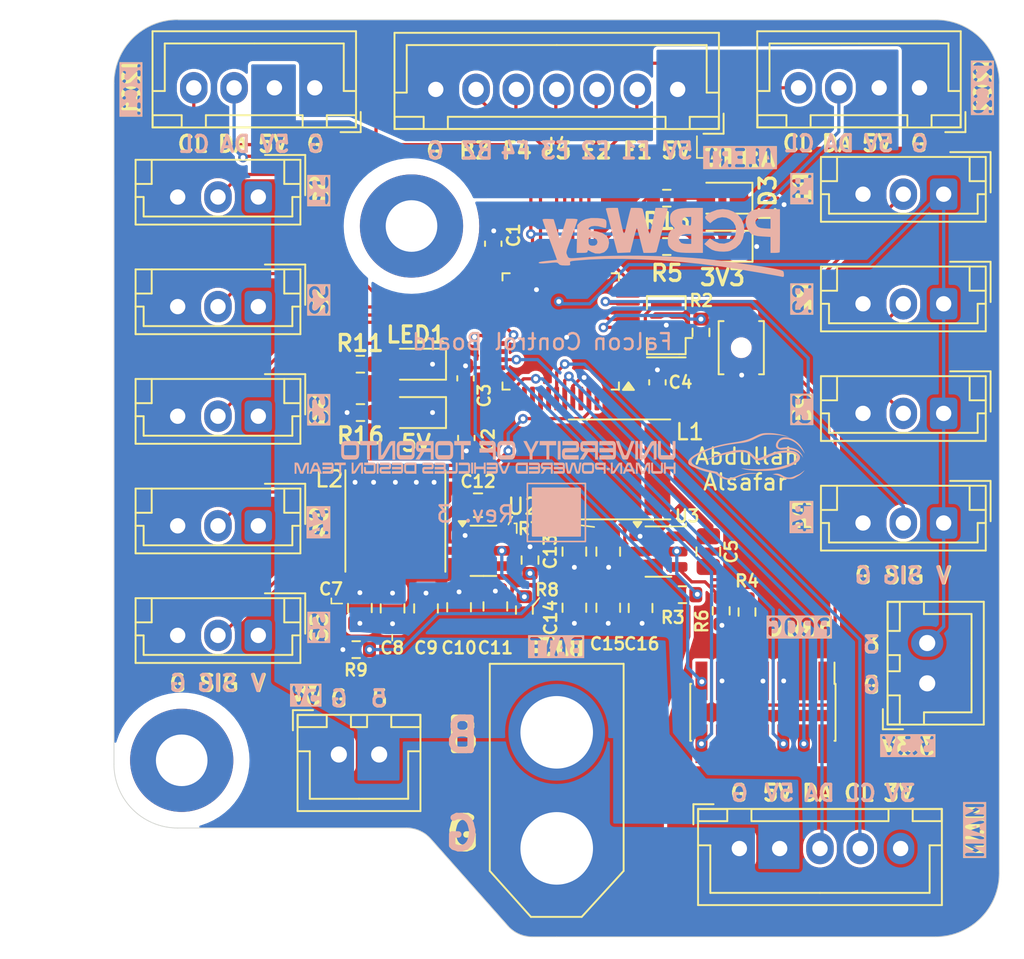
<source format=kicad_pcb>
(kicad_pcb (version 20240108) (generator "pcbnew") (generator_version "8.0")
  (title_block (title "Falcon Control MAIN") (date "2024-02-15") (rev "3") (company "Human Powered Vehicles Design Team @ UOFT") (comment 1 "Supervised by Savo Bajic") (comment 2 "Designed by Abdullah Alsafar"))
  (layers (0 "F.Cu" signal) (31 "B.Cu" signal) (34 "B.Paste" user) (35 "F.Paste" user) (36 "B.SilkS" user "B.Silkscreen") (37 "F.SilkS" user "F.Silkscreen") (38 "B.Mask" user) (39 "F.Mask" user) (44 "Edge.Cuts" user))
  (net 0 "")
  (net 1 "GND")
  (net 2 "+5V")
  (net 3 "+3.3V")
  (net 4 "Net-(U3-SW)")
  (net 5 "BUZ")
  (net 6 "Net-(U3-VBST)")
  (net 7 "SDA_{TOCTRL}")
  (net 8 "LED_{FIELD1}")
  (net 9 "SCL_{TOCTRL}")
  (net 11 "Net-(U3-VFB)")
  (net 12 "Net-(U3-EN)")
  (net 13 "LED_{FIELD2}")
  (net 14 "SER5")
  (net 15 "LED_{FIELD3}")
  (net 16 "Net-(LED2-A)")
  (net 17 "POT1")
  (net 18 "POT2")
  (net 19 "POT3")
  (net 20 "POT4")
  (net 21 "SER1")
  (net 22 "SER2")
  (net 23 "SER3")
  (net 24 "SER4")
  (net 25 "LED_{FIELD4}")
  (net 26 "+BATT")
  (net 27 "Net-(U2-SW)")
  (net 28 "Net-(U2-VBST)")
  (net 29 "Net-(U2-VFB)")
  (net 30 "Net-(U2-EN)")
  (net 35 "Net-(U1-PD0)")
  (net 36 "Net-(U1-PD1)")
  (net 37 "Net-(LED1-A)")
  (net 38 "Net-(LED3-A)")
  (net 39 "Net-(LED4-A)")
  (net 40 "RX1")
  (net 43 "TX1")
  (net 46 "SCL_{TOMAIN}")
  (net 47 "SDA_{TOMAIN}")
  (net 49 "LED1")
  (net 50 "/SWDIO")
  (net 51 "/SWCLK")
  (net 52 "LED3")
  (net 56 "/~{RST}")
  (footprint "Connector_JST:JST_EH_B3B-EH-A_1x03_P2.50mm_Vertical" (layer "F.Cu") (at 122.1 78.9 180)
    (property "Reference" "S3")
    (property "Value" "Conn_01x03_Pin")
  )
  (footprint "Connector_JST:JST_EH_B3B-EH-A_1x03_P2.50mm_Vertical" (layer "F.Cu") (at 122.1 72.1 180)
    (property "Reference" "S2")
    (property "Value" "Conn_01x03_Pin")
  )
  (footprint "Package_TO_SOT_SMD:TSOT-23-6" (layer "F.Cu") (at 146.9125 87.3)
    (property "Reference" "U3")
    (property "Value" "~")
  )
  (footprint "Capacitor_SMD:C_0603_1608Metric" (layer "F.Cu") (at 135 80.25 90)
    (property "Reference" "C2")
    (property "Value" "100n")
  )
  (footprint "Connector_JST:JST_EH_B3B-EH-A_1x03_P2.50mm_Vertical" (layer "F.Cu") (at 122.1 65.3 180)
    (property "Reference" "S1")
    (property "Value" "Conn_01x03_Pin")
  )
  (footprint "Capacitor_SMD:C_0603_1608Metric" (layer "F.Cu") (at 134.95 76.55 -90)
    (property "Reference" "C3")
    (property "Value" "100n")
  )
  (footprint "Connector_JST:JST_XH_B7B-XH-A_1x07_P2.50mm_Vertical" (layer "F.Cu") (at 148.105 58.623268 180)
    (property "Reference" "J4")
    (property "Value" "Conn_01x07_Pin")
  )
  (footprint "Connector_JST:JST_EH_B3B-EH-A_1x03_P2.50mm_Vertical" (layer "F.Cu") (at 164.6 78.725 180)
    (property "Reference" "P3")
    (property "Value" "Conn_01x03_Pin")
  )
  (footprint "Resistor_SMD:R_0603_1608Metric" (layer "F.Cu") (at 128.435 78.673268 180)
    (property "Reference" "R16")
    (property "Value" "420")
  )
  (footprint "Capacitor_SMD:C_0805_2012Metric" (layer "F.Cu") (at 136.8 90.7 90)
    (property "Reference" "C11")
    (property "Value" "22uF")
  )
  (footprint "Connector_JST:JST_EH_B3B-EH-A_1x03_P2.50mm_Vertical" (layer "F.Cu") (at 122.1 92.5 180)
    (property "Reference" "S5")
    (property "Value" "Conn_01x03_Pin")
  )
  (footprint "Capacitor_SMD:C_0805_2012Metric" (layer "F.Cu") (at 141.7 90.782682 -90)
    (property "Reference" "C14")
    (property "Value" "22uF")
  )
  (footprint "Resistor_SMD:R_0603_1608Metric" (layer "F.Cu") (at 150.805 90.973268 90)
    (property "Reference" "R6")
    (property "Value" "10k")
  )
  (footprint "Connector_JST:JST_XH_B5B-XH-A_1x05_P2.50mm_Vertical" (layer "F.Cu") (at 151.93 105.723268)
    (property "Reference" "ISC3" (hide yes))
    (property "Value" "MAIN")
  )
  (footprint "Inductor_SMD:L_Taiyo-Yuden_NR-60xx" (layer "F.Cu") (at 130.6 85.4 -90)
    (property "Reference" "L2")
    (property "Value" "3.3uH")
  )
  (footprint "Package_QFP:LQFP-48_7x7mm_P0.5mm" (layer "F.Cu") (at 140.8525 73.64 180)
    (property "Reference" "U1" (hide yes))
    (property "Value" "STM32F103C8Tx")
  )
  (footprint "Inductor_SMD:L_Taiyo-Yuden_NR-60xx" (layer "F.Cu") (at 144.5 82.2)
    (property "Reference" "L1")
    (property "Value" "3.3uH")
  )
  (footprint "Resistor_SMD:R_0603_1608Metric" (layer "F.Cu") (at 128.170323 93.381145)
    (property "Reference" "R9")
    (property "Value" "54.9k")
  )
  (footprint "Connector_JST:JST_XH_B2B-XH-A_1x02_P2.50mm_Vertical" (layer "F.Cu") (at 163.58 95.473268 90)
    (property "Reference" "J1" (hide yes))
    (property "Value" "Conn_01x02_Pin")
  )
  (footprint "LED_SMD:LED_0805_2012Metric_Pad1.15x1.40mm_HandSolder" (layer "F.Cu") (at 131.88 78.673268 180)
    (property "Reference" "5V")
    (property "Value" "LED1")
  )
  (footprint "Connector_JST:JST_EH_B3B-EH-A_1x03_P2.50mm_Vertical" (layer "F.Cu") (at 122.1 85.7 180)
    (property "Reference" "S4")
    (property "Value" "Conn_01x03_Pin")
  )
  (footprint "Connector_AMASS:AMASS_XT60-M_1x02_P7.20mm_Vertical" (layer "F.Cu") (at 140.605 105.713268 90)
    (property "Reference" "Battery1" (hide yes))
    (property "Value" "Conn_01x02_Socket")
  )
  (footprint "Resistor_SMD:R_0603_1608Metric" (layer "F.Cu") (at 147.43 68.373268 180)
    (property "Reference" "R5")
    (property "Value" "420")
  )
  (footprint "LED_SMD:LED_0805_2012Metric_Pad1.15x1.40mm_HandSolder" (layer "F.Cu") (at 131.88 75.673268 180)
    (property "Reference" "LED1")
    (property "Value" "LED1")
  )
  (footprint "Connector_JST:JST_EH_B3B-EH-A_1x03_P2.50mm_Vertical" (layer "F.Cu") (at 164.6 71.925 180)
    (property "Reference" "P2")
    (property "Value" "Conn_01x03_Pin")
  )
  (footprint "Resistor_SMD:R_0603_1608Metric" (layer "F.Cu") (at 138.95 87.825 -90)
    (property "Reference" "R7")
    (property "Value" "10k")
  )
  (footprint "Connector_JST:JST_EH_B3B-EH-A_1x03_P2.50mm_Vertical" (layer "F.Cu") (at 164.6 85.525 180)
    (property "Reference" "P4")
    (property "Value" "Conn_01x03_Pin")
  )
  (footprint "Capacitor_SMD:C_0805_2012Metric" (layer "F.Cu") (at 143.8 90.782682 -90)
    (property "Reference" "C15")
    (property "Value" "22uF")
  )
  (footprint "Connector_JST:JST_XH_B4B-XH-A_1x04_P2.50mm_Vertical" (layer "F.Cu") (at 125.6 58.525 180)
    (property "Reference" "I2C1")
    (property "Value" "FS2")
  )
  (footprint "Connector_JST:JST_XH_B2B-XH-A_1x02_P2.50mm_Vertical" (layer "F.Cu") (at 127.095 99.888268)
    (property "Reference" "J3" (hide yes))
    (property "Value" "Conn_01x02_Pin")
  )
  (footprint "Capacitor_SMD:C_0603_1608Metric" (layer "F.Cu") (at 136.67 68.198217 -90)
    (property "Reference" "C1")
    (property "Value" "100n")
  )
  (footprint "Resistor_SMD:R_0603_1608Metric" (layer "F.Cu") (at 128.43 75.673268 180)
    (property "Reference" "R11")
    (property "Value" "420")
  )
  (footprint "MountingHole:MountingHole_3.2mm_M3_Pad" (layer "F.Cu") (at 117.35 100.25)
    (property "Reference" "REF**" (hide yes))
    (property "Value" "MountingHole_3.2mm_M3_Pad")
  )
  (footprint "Resistor_SMD:R_0603_1608Metric" (layer "F.Cu") (at 138.6 90.925 -90)
    (property "Reference" "R8")
    (property "Value" "10k")
  )
  (footprint "Capacitor_SMD:C_0805_2012Metric" (layer "F.Cu") (at 145.805 90.8 -90)
    (property "Reference" "C16")
    (property "Value" "22uF")
  )
  (footprint "Connector_JST:JST_XH_B4B-XH-A_1x04_P2.50mm_Vertical" (layer "F.Cu") (at 163.1 58.525 180)
    (property "Reference" "I2C2")
    (property "Value" "FS1")
  )
  (footprint "Resistor_SMD:R_0603_1608Metric" (layer "F.Cu") (at 152.405 91.05 90)
    (property "Reference" "R4")
    (property "Value" "33.2k	")
  )
  (footprint "Capacitor_SMD:C_0805_2012Metric" (layer "F.Cu") (at 141.7 87.3 90)
    (property "Reference" "C13")
    (property "Value" "22uF")
  )
  (footprint "Capacitor_SMD:C_0805_2012Metric" (layer "F.Cu") (at 132.5 90.825 90)
    (property "Reference" "C9")
    (property "Value" "22uF")
  )
  (footprint "Capacitor_SMD:C_0805_2012Metric" (layer "F.Cu") (at 143.8 87.3 90)
    (property "Reference" "C6")
    (property "Value" "22uF")
  )
  (footprint "Capacitor_SMD:C_0805_2012Metric" (layer "F.Cu") (at 135.725 84.425)
    (property "Reference" "C12")
    (property "Value" "0.1uF")
  )
  (footprint "Connector_JST:JST_EH_B3B-EH-A_1x03_P2.50mm_Vertical" (layer "F.Cu") (at 164.6 65.125 180)
    (property "Reference" "P1")
    (property "Value" "Conn_01x03_Pin")
  )
  (footprint "Resistor_SMD:R_0603_1608Metric" (layer "F.Cu") (at 149.55 73.7 90)
    (property "Reference" "R2")
    (property "Value" "10k")
  )
  (footprint "LED_SMD:LED_0805_2012Metric_Pad1.15x1.40mm_HandSolder" (layer "F.Cu") (at 150.89 68.353268 180)
    (property "Reference" "3V3")
    (property "Value" "LED1")
  )
  (footprint "Button_Switch_SMD:SW_SPST_B3U-1000P-B" (layer "F.Cu") (at 152.05 74.65 90)
    (property "Reference" "SW2" (hide yes))
    (property "Value" "SW_Push")
  )
  (footprint "Capacitor_SMD:C_0603_1608Metric" (layer "F.Cu") (at 146.85 76.8 90)
    (property "Reference" "C4")
    (property "Value" "100n")
  )
  (footprint "LED_SMD:LED_0805_2012Metric_Pad1.15x1.40mm_HandSolder" (layer "F.Cu") (at 150.88 65.373268 180)
    (property "Reference" "LED3")
    (property "Value" "LED1")
  )
  (footprint "Capacitor_SMD:C_0805_2012Metric" (layer "F.Cu") (at 134.55 90.75 90)
    (property "Reference" "C10")
    (property "Value" "22uF")
  )
  (footprint "Resistor_SMD:R_0603_1608Metric" (layer "F.Cu") (at 148.405 89.973268 180)
    (property "Reference" "R3")
    (property "Value" "10k")
  )
  (footprint "Capacitor_SMD:C_0805_2012Metric" (layer "F.Cu") (at 150.005 87.3 -90)
    (property "Reference" "C5")
    (property "Value" "0.1uF")
  )
  (footprint "Resistor_SMD:R_0603_1608Metric" (layer "F.Cu") (at 147.43 65.373268 180)
    (property "Reference" "R15")
    (property "Value" "420")
  )
  (footprint "Capacitor_SMD:C_0805_2012Metric" (layer "F.Cu") (at 130.425 90.825 90)
    (property "Reference" "C8")
    (property "Value" "22uF")
  )
  (footprint "MountingHole:MountingHole_3.2mm_M3_Pad" (layer "F.Cu") (at 131.6 67.1)
    (property "Reference" "REF**" (hide yes))
    (property "Value" "MountingHole_3.2mm_M3_Pad")
  )
  (footprint "Connector_PinHeader_1.27mm:PinHeader_2x07_P1.27mm_Vertical_SMD" (layer "F.Cu") (at 153.39 97.273268 -90)
    (property "Reference" "J5" (hide yes))
    (property "Value" "Conn_ST_STDC14")
  )
  (footprint "Crystal:Resonator_SMD_Murata_CSTxExxV-3Pin_3.0x1.1mm" (layer "F.Cu") (at 147.4 73.25 90)
    (property "Reference" "Y1" (hide yes))
    (property "Value" "8Mhz")
  )
  (footprint "Capacitor_SMD:C_0805_2012Metric" (layer "F.Cu") (at 128.4 90.8 90)
    (property "Reference" "C7")
    (property "Value" "22uF")
  )
  (footprint "Package_TO_SOT_SMD:TSOT-23-6" (layer "F.Cu") (at 136.0625 87.25)
    (property "Reference" "U2")
    (property "Value" "~")
  )
  (footprint "Symbol:HPVDT-Logo_1526.1x139.6mm_SilkScreen" (layer "B.Cu") (at 140.215 81.403268 180)
    (property "Reference" "G***" (hide yes))
    (property "Value" "LOGO" (hide yes))
  )
  (footprint "Symbol:PCBWAY-Logo_23.7x23.7mm_SilkScreen" (layer "B.Cu") (at 147.105 68.173268 180)
    (property "Reference" "G***" (hide yes))
    (property "Value" "LOGO" (hide yes))
  )
  (gr_rect (start 139.11 83.373268) (end 142.06 86.323268) (stroke (width 0.1)) (fill solid) (layer "B.SilkS"))
  (gr_rect (start 138.785 83.073268) (end 142.385 86.673268) (stroke (width 0.1)) (fill none) (layer "B.SilkS"))
  (gr_line (start 130.405 92.448268) (end 130.405 92.823268) (stroke (width 0.1)) (layer "F.SilkS"))
  (gr_line (start 126.63 90.523268) (end 127.305 90.523268) (stroke (width 0.1)) (layer "F.SilkS"))
  (gr_line (start 147.7125 85.74) (end 148.625153 85.74) (stroke (width 0.1)) (layer "F.SilkS"))
  (gr_line (start 149.3 62.875) (end 149.3 61.525) (stroke (width 0.1)) (layer "F.SilkS"))
  (gr_line (start 126.63 90.198268) (end 126.63 90.523268) (stroke (width 0.1)) (layer "F.SilkS"))
  (gr_line (start 137.975 85.55) (end 138.125 85.55) (stroke (width 0.1)) (layer "F.SilkS"))
  (gr_line (start 148.625153 85.74) (end 148.625 85.533268) (stroke (width 0.1)) (layer "F.SilkS"))
  (gr_line (start 137.855 85.123268) (end 137.605 85.623268) (stroke (width 0.1)) (layer "F.SilkS"))
  (gr_line (start 140.48 85.473268) (end 142.93 85.773268) (stroke (width 0.1)) (layer "F.SilkS"))
  (gr_line (start 139.1225 90.687742) (end 139.53 90.173268) (stroke (width 0.1)) (layer "F.SilkS"))
  (gr_line (start 138.125 86.15) (end 138.125 85.55) (stroke (width 0.1)) (layer "F.SilkS"))
  (gr_line (start 149.875 62.875) (end 149.3 62.875) (stroke (width 0.1)) (layer "F.SilkS"))
  (gr_line (start 138.125 85.55) (end 138.125 86.15) (stroke (width 0.1)) (layer "F.SilkS"))
  (gr_line (start 132.788568 105.12357) (end 137.578313 110.528728) (stroke (width 0.05)) (layer "Edge.Cuts"))
  (gr_line (start 164.105 111.2) (end 140.605 111.2) (stroke (width 0.05)) (layer "Edge.Cuts"))
  (gr_line (start 113.15 58.243072) (end 113.15 100.5) (stroke (width 0.05)) (layer "Edge.Cuts"))
  (gr_arc (start 139.073132 111.2) (mid 138.25382 111.02448) (end 137.578313 110.528728) (stroke (width 0.05)) (layer "Edge.Cuts"))
  (gr_line (start 168.055 107.25) (end 168.055 58.25) (stroke (width 0.05)) (layer "Edge.Cuts"))
  (gr_arc (start 117.1 104.45) (mid 114.306928 103.293072) (end 113.15 100.5) (stroke (width 0.05)) (layer "Edge.Cuts"))
  (gr_arc (start 164.11 54.3) (mid 166.903072 55.456928) (end 168.06 58.25) (stroke (width 0.05)) (layer "Edge.Cuts"))
  (gr_arc (start 168.055 107.25) (mid 166.898072 110.043072) (end 164.105 111.2) (stroke (width 0.05)) (layer "Edge.Cuts"))
  (gr_arc (start 131.291711 104.45) (mid 132.112424 104.62615) (end 132.788568 105.12357) (stroke (width 0.05)) (layer "Edge.Cuts"))
  (gr_arc (start 113.15 58.243072) (mid 114.306928 55.45) (end 117.1 54.293072) (stroke (width 0.05)) (layer "Edge.Cuts"))
  (gr_line (start 139.073132 111.2) (end 140.605 111.2) (stroke (width 0.05)) (layer "Edge.Cuts"))
  (gr_line (start 117.1 104.45) (end 131.291711 104.45) (stroke (width 0.05)) (layer "Edge.Cuts"))
  (gr_line (start 164.11 54.3) (end 117.1 54.3) (stroke (width 0.05)) (layer "Edge.Cuts"))
  (gr_text "G" (at 160.245 89.366536 0) (layer "B.SilkS") (effects (font (size 1 1) (thickness 0.2) (bold yes)) (justify left bottom mirror)))
  (gr_text "ALERT" (at 151.975 62.903268 0) (layer "B.SilkS" knockout) (effects (font (size 1 1) (thickness 0.2) (bold yes)) (justify mirror)))
  (gr_text "Rev. ${REVISION}" (at 133.055 84.973268 -0) (layer "B.SilkS") (effects (font (size 1 1)) (justify right mirror)))
  (gr_text "Falcon" (at 145.305 74.873268 0) (layer "B.SilkS") (effects (font (size 1 1)) (justify bottom mirror)))
  (gr_text "G" (at 117.745 96.051634 0) (layer "B.SilkS") (effects (font (size 1 1) (thickness 0.2) (bold yes)) (justify left bottom mirror)))
  (gr_text "SIG" (at 163.395 89.371536 0) (layer "B.SilkS") (effects (font (size 1 1) (thickness 0.2) (bold yes)) (justify left bottom mirror)))
  (gr_text "F1" (at 146.545 63.013268 0) (layer "B.SilkS") (effects (font (size 1 1) (thickness 0.2) (bold yes)) (justify left bottom mirror)))
  (gr_text "3V" (at 162.954524 102.873268 0) (layer "B.SilkS") (effects (font (size 1 1) (thickness 0.2) (bold yes)) (justify left bottom mirror)))
  (gr_text "DA" (at 121.722143 62.603268 0) (layer "B.SilkS") (effects (font (size 1 1) (thickness 0.2) (bold yes)) (justify left bottom mirror)))
  (gr_text "V" (at 165.13 89.376536 0) (layer "B.SilkS") (effects (font (size 1 1) (thickness 0.2) (bold yes)) (justify left bottom mirror)))
  (gr_text "S5" (at 125.895 92 90) (layer "B.SilkS" knockout) (effects (font (size 1 1) (thickness 0.2) (bold yes)) (justify mirror)))
  (gr_text "DA" (at 159.174525 62.563268 0) (layer "B.SilkS") (effects (font (size 1 1) (thickness 0.2) (bold yes)) (justify left bottom mirror)))
  (gr_text "PROG" (at 157.825 92.613268 0) (layer "B.SilkS" knockout) (effects (font (size 1 1) (thickness 0.2) (bold yes)) (justify left bottom mirror)))
  (gr_text "3.3V" (at 164.15 99.971536 0) (layer "B.SilkS" knockout) (effects (font (size 1 1) (thickness 0.2) (bold yes)) (justify left bottom mirror)))
  (gr_text "F2" (at 144.025 63.013268 0) (layer "B.SilkS") (effects (font (size 1 1) (thickness 0.2) (bold yes)) (justify left bottom mirror)))
  (gr_text "BZ" (at 136.785 63.013268 0) (layer "B.SilkS") (effects (font (size 1 1) (thickness 0.2) (bold yes)) (justify left bottom mirror)))
  (gr_text "5V" (at 124.172142 62.603268 0) (layer "B.SilkS") (effects (font (size 1 1) (thickness 0.2) (bold yes)) (justify left bottom mirror)))
  (gr_text "CL" (at 119.195 62.603268 0) (layer "B.SilkS") (effects (font (size 1 1) (thickness 0.2) (bold yes)) (justify left bottom mirror)))
  (gr_text "B" (at 136.005 99.873268 0) (layer "B.SilkS") (effects (font (size 2 2) (thickness 0.4) (bold yes)) (justify left bottom mirror)))
  (gr_text "SIG" (at 120.895 96.051634 0) (layer "B.SilkS") (effects (font (size 1 1) (thickness 0.2) (bold yes)) (justify left bottom mirror)))
  (gr_text "DA" (at 157.962143 102.868268 0) (layer "B.SilkS") (effects (font (size 1 1) (thickness 0.2) (bold yes)) (justify left bottom mirror)))
  (gr_text "G" (at 152.591732 102.873268 0) (layer "B.SilkS") (effects (font (size 1 1) (thickness 0.2) (bold yes)) (justify left bottom mirror)))
  (gr_text "G" (at 163.767923 62.563268 0) (layer "B.SilkS") (effects (font (size 1 1) (thickness 0.2) (bold yes)) (justify left bottom mirror)))
  (gr_text "I2C1" (at 114.245 58.603268 90) (layer "B.SilkS" knockout) (effects (font (size 1 1) (thickness 0.2) (bold yes)) (justify mirror)))
  (gr_text "G" (at 126.315541 62.603268 0) (layer "B.SilkS") (effects (font (size 1 1) (thickness 0.2) (bold yes)) (justify left bottom mirror)))
  (gr_text "G" (at 133.731732 63.013268 0) (layer "B.SilkS") (effects (font (size 1 1) (thickness 0.2) (bold yes)) (justify left bottom mirror)))
  (gr_text "5V" (at 155.464524 102.858268 0) (layer "B.SilkS") (effects (font (size 1 1) (thickness 0.2) (bold yes)) (justify left bottom mirror)))
  (gr_text "G" (at 127.735 97.003268 0) (layer "B.SilkS") (effects (font (size 1 1) (thickness 0.2) (bold yes)) (justify left bottom mirror)))
  (gr_text "I2C2" (at 167.045 58.503268 90) (layer "B.SilkS" knockout) (effects (font (size 1 1) (thickness 0.2) (bold yes)) (justify mirror)))
  (gr_text "BATT" (at 142.465 93.833268 -0) (layer "B.SilkS" knockout) (effects (font (size 1 1) (thickness 0.2) (bold yes)) (justify left bottom mirror)))
  (gr_text "3" (at 160.705 93.663268 0) (layer "B.SilkS") (effects (font (size 1 1) (thickness 0.2) (bold yes)) (justify left bottom mirror)))
  (gr_text "5V" (at 161.624524 62.563268 0) (layer "B.SilkS") (effects (font (size 1 1) (thickness 0.2) (bold yes)) (justify left bottom mirror)))
  (gr_text "MAIN" (at 167.155 102.674459 90) (layer "B.SilkS" knockout) (effects (font (size 1 1) (thickness 0.2) (bold yes)) (justify left bottom mirror)))
  (gr_text "P2" (at 155.85 71.603268 90) (layer "B.SilkS" knockout) (effects (font (size 1 1) (thickness 0.2) (bold yes)) (justify mirror)))
  (gr_text "S4" (at 125.895 85.463268 90) (layer "B.SilkS" knockout) (effects (font (size 1 1) (thickness 0.2) (bold yes)) (justify mirror)))
  (gr_text "V" (at 122.63 96.053268 0) (layer "B.SilkS") (effects (font (size 1 1) (thickness 0.2) (bold yes)) (justify left bottom mirror)))
  (gr_text "5" (at 130.175 97.003268 0) (layer "B.SilkS") (effects (font (size 1 1) (thickness 0.2) (bold yes)) (justify left bottom mirror)))
  (gr_text "CL" (at 160.521732 102.870768 0) (layer "B.SilkS") (effects (font (size 1 1) (thickness 0.2) (bold yes)) (justify left bottom mirror)))
  (gr_text "S2" (at 125.895 71.683268 90) (layer "B.SilkS" knockout) (effects (font (size 1 1) (thickness 0.2) (bold yes)) (justify mirror)))
  (gr_text "G" (at 160.7675 96.173268 0) (layer "B.SilkS") (effects (font (size 1 1) (thickness 0.2) (bold yes)) (justify left bottom mirror)))
  (gr_text "F3" (at 141.525 63.013268 0) (layer "B.SilkS") (effects (font (size 1 1) (thickness 0.2) (bold yes)) (justify left bottom mirror)))
  (gr_text "S1" (at 125.895 64.9 90) (layer "B.SilkS" knockout) (effects (font (size 1 1) (thickness 0.2) (bold yes)) (justify mirror)))
  (gr_text "P4" (at 155.85 85.113268 90) (layer "B.SilkS" knockout) (effects (font (size 1 1) (thickness 0.2) (bold yes)) (justify mirror)))
  (gr_text "P3" (at 155.85 78.453268 90) (layer "B.SilkS" knockout) (effects (font (size 1 1) (thickness 0.2) (bold yes)) (justify mirror)))
  (gr_text "CL" (at 156.717923 62.563268 0) (layer "B.SilkS") (effects (font (size 1 1) (thickness 0.2) (bold yes)) (justify left bottom mirror)))
  (gr_text "5V" (at 149.175 63.013268 0) (layer "B.SilkS") (effects (font (size 1 1) (thickness 0.2) (bold yes)) (justify left bottom mirror)))
  (gr_text "5V" (at 126.125 96.843268 -0) (layer "B.SilkS" knockout) (effects (font (size 1 1) (thickness 0.2) (bold yes)) (justify left bottom mirror)))
  (gr_text "S3" (at 125.895 78.5 90) (layer "B.SilkS" knockout) (effects (font (size 1 1) (thickness 0.2) (bold yes)) (justify mirror)))
  (gr_text "P1" (at 155.85 64.753268 90) (layer "B.SilkS" knockout) (effects (font (size 1 1) (thickness 0.2) (bold yes)) (justify mirror)))
  (gr_text "Control Board" (at 136.905 74.873268 0) (layer "B.SilkS") (effects (font (size 1 1)) (justify bottom mirror)))
  (gr_text "G" (at 136.005 105.973268 0) (layer "B.SilkS") (effects (font (size 2 2) (thickness 0.4) (bold yes)) (justify left bottom mirror)))
  (gr_text "F4" (at 139.075 63.013268 0) (layer "B.SilkS") (effects (font (size 1 1) (thickness 0.2) (bold yes)) (justify left bottom mirror)))
  (gr_text "5" (at 129.025 97.003268 0) (layer "F.SilkS") (effects (font (size 1 1) (thickness 0.2) (bold yes)) (justify left bottom)))
  (gr_text "G" (at 116.47 96.051634 0) (layer "F.SilkS") (effects (font (size 1 1) (thickness 0.2) (bold yes)) (justify left bottom)))
  (gr_text "MAIN" (at 167.155 106.473268 90) (layer "F.SilkS" knockout) (effects (font (size 1 1) (thickness 0.2) (bold yes)) (justify left bottom)))
  (gr_text "CL" (at 158.305 102.870768 0) (layer "F.SilkS") (effects (font (size 1 1) (thickness 0.2) (bold yes)) (justify left bottom)))
  (gr_text "3" (at 159.555 93.663268 0) (layer "F.SilkS") (effects (font (size 1 1) (thickness 0.2) (bold yes)) (justify left bottom)))
  (gr_text "PROG" (at 153.465 92.613268 0) (layer "F.SilkS" knockout) (effects (font (size 1 1) (thickness 0.2) (bold yes)) (justify left bottom)))
  (gr_text "DA" (at 155.705 102.868268 0) (layer "F.SilkS") (effects (font (size 1 1) (thickness 0.2) (bold yes)) (justify left bottom)))
  (gr_text "5V" (at 146.965476 63.013268 0) (layer "F.SilkS") (effects (font (size 1 1) (thickness 0.2) (bold yes)) (justify left bottom)))
  (gr_text "V" (at 121.575 96.05 0) (layer "F.SilkS") (effects (font (size 1 1) (thickness 0.2) (bold yes)) (justify left bottom)))
  (gr_text "Alsafar" (at 149.595 83.573268 0) (layer "F.SilkS") (effects (font (size 1 1)) (justify left bottom)))
  (gr_text "V" (at 164.075 89.373268 0) (layer "F.SilkS") (effects (font (size 1 1) (thickness 0.2) (bold yes)) (justify left bottom)))
  (gr_text "CL" (at 116.978268 62.603268 0) (layer "F.SilkS") (effects (font (size 1 1) (thickness 0.2) (bold yes)) (justify left bottom)))
  (gr_text "CL" (at 154.501191 62.563268 0) (layer "F.SilkS") (effects (font (size 1 1) (thickness 0.2) (bold yes)) (justify left bottom)))
  (gr_text "5V" (at 153.255 102.858268 0) (layer "F.SilkS") (effects (font (size 1 1) (thickness 0.2) (bold yes)) (justify left bottom)))
  (gr_text "G" (at 158.97 89.366536 0) (layer "F.SilkS") (effects (font (size 1 1) (thickness 0.2) (bold yes)) (justify left bottom)))
  (gr_text "F3" (at 139.565 63.013268 0) (layer "F.SilkS") (effects (font (size 1 1) (thickness 0.2) (bold yes)) (justify left bottom)))
  (gr_text "F4" (at 137.115 63.013268 0) (layer "F.SilkS") (effects (font (size 1 1) (thickness 0.2) (bold yes)) (justify left bottom)))
  (gr_text "SIG" (at 118.32 96.051634 0) (layer "F.SilkS") (effects (font (size 1 1) (thickness 0.2) (bold yes)) (justify left bottom)))
  (gr_text "5V" (at 159.415 62.563268 0) (layer "F.SilkS") (effects (font (size 1 1) (thickness 0.2) (bold yes)) (justify left bottom)))
  (gr_text "G" (at 151.255 102.873268 0) (layer "F.SilkS") (effects (font (size 1 1) (thickness 0.2) (bold yes)) (justify left bottom)))
  (gr_text "G" (at 159.4925 96.173268 0) (layer "F.SilkS") (effects (font (size 1 1) (thickness 0.2) (bold yes)) (justify left bottom)))
  (gr_text "5V" (at 121.962618 62.603268 0) (layer "F.SilkS") (effects (font (size 1 1) (thickness 0.2) (bold yes)) (justify left bottom)))
  (gr_text "F2" (at 142.065 63.013268 0) (layer "F.SilkS") (effects (font (size 1 1) (thickness 0.2) (bold yes)) (justify left bottom)))
  (gr_text "DA" (at 119.465 62.603268 0) (layer "F.SilkS") (effects (font (size 1 1) (thickness 0.2) (bold yes)) (justify left bottom)))
  (gr_text "G" (at 126.46 97.003268 0) (layer "F.SilkS") (effects (font (size 1 1) (thickness 0.2) (bold yes)) (justify left bottom)))
  (gr_text "3.3V" (at 160.605 99.973268 0) (layer "F.SilkS" knockout) (effects (font (size 1 1) (thickness 0.2) (bold yes)) (justify left bottom)))
  (gr_text "BZ" (at 134.432619 63.013268 0) (layer "F.SilkS") (effects (font (size 1 1) (thickness 0.2) (bold yes)) (justify left bottom)))
  (gr_text "ALERT" (at 151.975 62.903268 -0) (layer "F.SilkS" knockout) (effects (font (size 1 1) (thickness 0.2) (bold yes))))
  (gr_text "G" (at 162.431191 62.563268 0) (layer "F.SilkS") (effects (font (size 1 1) (thickness 0.2) (bold yes)) (justify left bottom)))
  (gr_text "G" (at 124.978809 62.603268 0) (layer "F.SilkS") (effects (font (size 1 1) (thickness 0.2) (bold yes)) (justify left bottom)))
  (gr_text "G" (at 132.395 63.013268 0) (layer "F.SilkS") (effects (font (size 1 1) (thickness 0.2) (bold yes)) (justify left bottom)))
  (gr_text "DA" (at 156.917382 62.563268 0) (layer "F.SilkS") (effects (font (size 1 1) (thickness 0.2) (bold yes)) (justify left bottom)))
  (gr_text "3V" (at 160.745 102.873268 0) (layer "F.SilkS") (effects (font (size 1 1) (thickness 0.2) (bold yes)) (justify left bottom)))
  (gr_text "Abdullah" (at 149.095 81.973268 0) (layer "F.SilkS") (effects (font (size 1 1)) (justify left bottom)))
  (gr_text "5V" (at 123.955 96.843268 0) (layer "F.SilkS" knockout) (effects (font (size 1 1) (thickness 0.2) (bold yes)) (justify left bottom)))
  (gr_text "G" (at 133.505 105.973268 0) (layer "F.SilkS") (effects (font (size 2 2) (thickness 0.4) (bold yes)) (justify left bottom)))
  (gr_text "B" (at 133.505 99.873268 0) (layer "F.SilkS") (effects (font (size 2 2) (thickness 0.4) (bold yes)) (justify left bottom)))
  (gr_text "BATT" (at 138.675 93.833268 0) (layer "F.SilkS" knockout) (effects (font (size 1 1) (thickness 0.2) (bold yes)) (justify left bottom)))
  (gr_text "SIG" (at 160.82 89.371536 0) (layer "F.SilkS") (effects (font (size 1 1) (thickness 0.2) (bold yes)) (justify left bottom)))
  (gr_text "F1" (at 144.585 63.013268 0) (layer "F.SilkS") (effects (font (size 1 1) (thickness 0.2) (bold yes)) (justify left bottom)))
  (segment (start 152.985 68.353268) (end 153.005 68.373268) (width 0.2) (layer "F.Cu") (net 1))
  (segment (start 143.1025 77.03259) (end 143.1025 77.8025) (width 0.2) (layer "F.Cu") (net 1))
  (segment (start 141.699101 74.000899) (end 142.9 72.8) (width 0.2) (layer "F.Cu") (net 1))
  (segment (start 142.305 76.5) (end 142.13509 76.5) (width 0.2) (layer "F.Cu") (net 1))
  (segment (start 140.1 70.3) (end 140.1 69.475) (width 0.2) (layer "F.Cu") (net 1))
  (segment (start 142.305 76.5) (end 142.56991 76.5) (width 0.2) (layer "F.Cu") (net 1))
  (segment (start 138.6 70.3) (end 138.6 69.475) (width 0.2) (layer "F.Cu") (net 1))
  (segment (start 141.6025 77.03259) (end 141.6025 77.8025) (width 0.2) (layer "F.Cu") (net 1))
  (segment (start 142.56991 76.5) (end 143.1025 77.03259) (width 0.2) (layer "F.Cu") (net 1))
  (segment (start 136.69 75.89) (end 135.065 75.89) (width 0.2) (layer "F.Cu") (net 1))
  (segment (start 135 81.025) (end 135 81.05) (width 0.2) (layer "F.Cu") (net 1))
  (segment (start 151.915 68.353268) (end 152.985 68.353268) (width 0.2) (layer "F.Cu") (net 1))
  (segment (start 143.838529 72.89) (end 145.015 72.89) (width 0.2) (layer "F.Cu") (net 1))
  (segment (start 142.13509 76.5) (end 141.6025 77.03259) (width 0.2) (layer "F.Cu") (net 1))
  (segment (start 154.705 65.773268) (end 154.305 65.373268) (width 0.2) (layer "F.Cu") (net 1))
  (segment (start 143.748529 72.8) (end 143.838529 72.89) (width 0.2) (layer "F.Cu") (net 1))
  (segment (start 142.9 72.8) (end 143.748529 72.8) (width 0.2) (layer "F.Cu") (net 1))
  (segment (start 154.305 65.373268) (end 151.905 65.373268) (width 0.2) (layer "F.Cu") (net 1))
  (segment (start 141.222631 74.000899) (end 141.699101 74.000899) (width 0.2) (layer "F.Cu") (net 1))
  (segment (start 139.35 71.05) (end 138.6 70.3) (width 0.2) (layer "F.Cu") (net 1))
  (segment (start 139.35 71.05) (end 140.1 70.3) (width 0.2) (layer "F.Cu") (net 1))
  (via (at 134.55 89.8) (size 0.6) (drill 0.3) (layers "F.Cu" "B.Cu") (net 1))
  (via (at 135 81.05) (size 0.6) (drill 0.3) (layers "F.Cu" "B.Cu") (net 1))
  (via (at 132.905 78.673268) (size 0.6) (drill 0.3) (layers "F.Cu" "B.Cu") (net 1))
  (via (at 141.7 88.275) (size 0.6) (drill 0.3) (layers "F.Cu" "B.Cu") (net 1))
  (via (at 145.775 86.35) (size 0.6) (drill 0.3) (layers "F.Cu" "B.Cu") (net 1))
  (via (at 152.075 76.35) (size 0.6) (drill 0.3) (layers "F.Cu" "B.Cu") (net 1))
  (via (at 134.925 86.3) (size 0.6) (drill 0.3) (layers "F.Cu" "B.Cu") (net 1))
  (via (at 132.5 89.875) (size 0.6) (drill 0.3) (layers "F.Cu" "B.Cu") (net 1))
  (via (at 142.305 76.5) (size 0.6) (drill 0.3) (layers "F.Cu" "B.Cu") (net 1))
  (via (at 153.005 68.373268) (size 0.6) (drill 0.3) (layers "F.Cu" "B.Cu") (net 1))
  (via (at 153.395 95.333268) (size 0.6) (drill 0.3) (layers "F.Cu" "B.Cu") (net 1))
  (via (at 145.9 91.75) (size 0.6) (drill 0.3) (layers "F.Cu" "B.Cu") (net 1))
  (via (at 136.8 89.75) (size 0.6) (drill 0.3) (layers "F.Cu" "B.Cu") (net 1))
  (via (at 154.68 95.323268) (size 0.6) (drill 0.3) (layers "F.Cu" "B.Cu") (net 1))
  (via (at 134.95 75.775) (size 0.6) (drill 0.3) (layers "F.Cu" "B.Cu") (net 1))
  (via (at 141.222631 74.000899) (size 0.6) (drill 0.3) (layers "F.Cu" "B.Cu") (net 1))
  (via (at 139.35 71.05) (size 0.6) (drill 0.3) (layers "F.Cu" "B.Cu") (net 1))
  (via (at 146.85 76.025) (size 0.6) (drill 0.3) (layers "F.Cu" "B.Cu") (net 1))
  (via (at 143.8 91.75) (size 0.6) (drill 0.3) (layers "F.Cu" "B.Cu") (net 1))
  (via (at 143.825 88.275) (size 0.6) (drill 0.3) (layers "F.Cu" "B.Cu") (net 1))
  (via (at 136.7 67.4) (size 0.6) (drill 0.3) (layers "F.Cu" "B.Cu") (net 1))
  (via (at 154.705 65.773268) (size 0.6) (drill 0.3) (layers "F.Cu" "B.Cu") (net 1))
  (via (at 141.7 91.75) (size 0.6) (drill 0.3) (layers "F.Cu" "B.Cu") (net 1))
  (via (at 132.905 75.673268) (size 0.6) (drill 0.3) (layers "F.Cu" "B.Cu") (net 1))
  (via (at 138.95 87) (size 0.6) (drill 0.3) (layers "F.Cu" "B.Cu") (net 1))
  (via (at 128.4 91.75) (size 0.6) (drill 0.3) (layers "F.Cu" "B.Cu") (net 1))
  (via (at 150.855 95.323268) (size 0.6) (drill 0.3) (layers "F.Cu" "B.Cu") (net 1))
  (via (at 147.4 73.25) (size 0.6) (drill 0.3) (layers "F.Cu" "B.Cu") (net 1))
  (via (at 130.425 91.775) (size 0.6) (drill 0.3) (layers "F.Cu" "B.Cu") (net 1))
  (via (at 150.85 91.875) (size 0.6) (drill 0.3) (layers "F.Cu" "B.Cu") (net 1))
  (segment (start 136.7 69.7) (end 136.7 67.4) (width 0.2) (layer "B.Cu") (net 1))
  (segment (start 134.95 75.775) (end 135 75.825) (width 0.2) (layer "B.Cu") (net 1))
  (segment (start 138.05 71.05) (end 136.7 69.7) (width 0.2) (layer "B.Cu") (net 1))
  (segment (start 135 75.825) (end 135 81.05) (width 0.2) (layer "B.Cu") (net 1))
  (segment (start 139.35 71.05) (end 138.05 71.05) (width 0.2) (layer "B.Cu") (net 1))
  (segment (start 128.4 89.85) (end 130.4 89.85) (width 0.4) (layer "F.Cu") (net 2))
  (segment (start 127.61 78.673268) (end 127.605 78.673268) (width 0.2) (layer "F.Cu") (net 2))
  (segment (start 130.4 89.85) (end 130.425 89.875) (width 0.2) (layer "F.Cu") (net 2))
  (via (at 127.345323 93.381145) (size 0.6) (drill 0.3) (layers "F.Cu" "B.Cu") (net 2))
  (via (at 128.1 83) (size 0.6) (drill 0.3) (layers "F.Cu" "B.Cu") (net 2))
  (via (at 129.25 83) (size 0.6) (drill 0.3) (layers "F.Cu" "B.Cu") (net 2))
  (via (at 130.425 89.875) (size 0.6) (drill 0.3) (layers "F.Cu" "B.Cu") (net 2))
  (via (at 128.4 89.85) (size 0.6) (drill 0.3) (layers "F.Cu" "B.Cu") (net 2))
  (via (at 131.9 83) (size 0.6) (drill 0.3) (layers "F.Cu" "B.Cu") (net 2))
  (via (at 127.605 78.673268) (size 0.6) (drill 0.3) (layers "F.Cu" "B.Cu") (net 2))
  (via (at 133 83) (size 0.6) (drill 0.3) (layers "F.Cu" "B.Cu") (net 2))
  (via (at 130.6 83) (size 0.6) (drill 0.3) (layers "F.Cu" "B.Cu") (net 2))
  (segment (start 130.6 83) (end 130.6 89.675) (width 0.2) (layer "B.Cu") (net 2))
  (segment (start 130.425 89.875) (end 127.975 89.875) (width 0.2) (layer "B.Cu") (net 2))
  (segment (start 130.6 89.675) (end 130.4 89.875) (width 0.2) (layer "B.Cu") (net 2))
  (segment (start 127.345323 90.504677) (end 127.345323 93.381145) (width 0.2) (layer "B.Cu") (net 2))
  (segment (start 127.975 89.875) (end 127.345323 90.504677) (width 0.2) (layer "B.Cu") (net 2))
  (segment (start 141.7 86.35) (end 143.8 86.35) (width 0.2) (layer "F.Cu") (net 3))
  (segment (start 136.8 78.9) (end 140.1 82.2) (width 0.2) (layer "F.Cu") (net 3))
  (segment (start 141.9875 72.3875) (end 139.38 74.995) (width 0.2) (layer "F.Cu") (net 3))
  (segment (start 143.65 83.325) (end 142.925 83.325) (width 0.2) (layer "F.Cu") (net 3))
  (segment (start 139.234739 71.783268) (end 140.735 71.783268) (width 0.2) (layer "F.Cu") (net 3))
  (segment (start 144.125 78.632107) (end 144.25 78.757107) (width 0.2) (layer "F.Cu") (net 3))
  (segment (start 142.925 83.325) (end 141.8 82.2) (width 0.2) (layer "F.Cu") (net 3))
  (segment (start 141.8 86.25) (end 141.7 86.35) (width 0.2) (layer "F.Cu") (net 3))
  (segment (start 140.735 71.783268) (end 139.205 73.313268) (width 0.2) (layer "F.Cu") (net 3))
  (segment (start 141.9875 72.3875) (end 145.0125 72.3875) (width 0.2) (layer "F.Cu") (net 3))
  (segment (start 136.19 76.39) (end 136.1875 76.3875) (width 0.2) (layer "F.Cu") (net 3))
  (segment (start 135.885 76.39) (end 134.95 77.325) (width 0.2) (layer "F.Cu") (net 3))
  (segment (start 136.69 76.39) (end 136.19 76.39) (width 0.2) (layer "F.Cu") (net 3))
  (segment (start 139.205 74.995) (end 139.205 75.273268) (width 0.2) (layer "F.Cu") (net 3))
  (segment (start 140.1 82.2) (end 141.8 82.2) (width 0.2) (layer "F.Cu") (net 3))
  (segment (start 143.6 77.8) (end 144.125 78.325) (width 0.2) (layer "F.Cu") (net 3))
  (segment (start 138.1 69.475) (end 138.1 70.648529) (width 0.2) (layer "F.Cu") (net 3))
  (segment (start 146.605 68.373268) (end 146.355 68.373268) (width 0.2) (layer "F.Cu") (net 3))
  (segment (start 138.1 70.648529) (end 139.234739 71.783268) (width 0.2) (layer "F.Cu") (net 3))
  (segment (start 144.25 82.725) (end 143.65 83.325) (width 0.2) (layer "F.Cu") (net 3))
  (segment (start 136.1875 76.3875) (end 136.6875 76.3875) (width 0.2) (layer "F.Cu") (net 3))
  (segment (start 144.125 78.325) (end 144.125 78.632107) (width 0.2) (layer "F.Cu") (net 3))
  (segment (start 136.69 76.39) (end 135.885 76.39) (width 0.2) (layer "F.Cu") (net 3))
  (segment (start 139.38 74.995) (end 139.205 74.995) (width 0.2) (layer "F.Cu") (net 3))
  (segment (start 136.8 77.678268) (end 136.8 78.9) (width 0.2) (layer "F.Cu") (net 3))
  (segment (start 139.205 73.313268) (end 139.205 74.995) (width 0.2) (layer "F.Cu") (net 3))
  (segment (start 144.25 78.757107) (end 144.25 82.725) (width 0.2) (layer "F.Cu") (net 3))
  (segment (start 139.205 75.273268) (end 136.8 77.678268) (width 0.2) (layer "F.Cu") (net 3))
  (segment (start 141.8 82.2) (end 141.8 86.25) (width 0.2) (layer "F.Cu") (net 3))
  (via (at 140.735 71.783268) (size 0.6) (drill 0.3) (layers "F.Cu" "B.Cu") (net 3))
  (segment (start 145.064471 69.5) (end 159.975 69.5) (width 0.2) (layer "B.Cu") (net 3))
  (segment (start 140.876732 71.925) (end 142.639471 71.925) (width 0.2) (layer "B.Cu") (net 3))
  (segment (start 164.6 65.125) (end 164.6 78.725) (width 0.2) (layer "B.Cu") (net 3))
  (segment (start 140.735 71.783268) (end 140.876732 71.925) (width 0.2) (layer "B.Cu") (net 3))
  (segment (start 142.639471 71.925) (end 145.064471 69.5) (width 0.2) (layer "B.Cu") (net 3))
  (segment (start 164.35 65.125) (end 164.6 65.125) (width 0.2) (layer "B.Cu") (net 3))
  (segment (start 159.975 69.5) (end 164.35 65.125) (width 0.2) (layer "B.Cu") (net 3))
  (segment (start 164.6 91.953268) (end 163.58 92.973268) (width 0.2) (layer "B.Cu") (net 3))
  (segment (start 164.6 78.725) (end 164.6 91.953268) (width 0.2) (layer "B.Cu") (net 3))
  (segment (start 146.8875 85.9725) (end 148.4225 84.4375) (width 0.5) (layer "F.Cu") (net 4))
  (segment (start 146.8875 86.4) (end 146.8875 82.5875) (width 0.5) (layer "F.Cu") (net 4))
  (segment (start 148.7375 84.4375) (end 150.075 85.775) (width 0.5) (layer "F.Cu") (net 4))
  (segment (start 146.8875 82.5875) (end 146.5 82.2) (width 0.5) (layer "F.Cu") (net 4))
  (segment (start 146.8875 86.9625) (end 146.8875 86.4) (width 0.5) (layer "F.Cu") (net 4))
  (segment (start 146.55 87.3) (end 146.8875 86.9625) (width 0.5) (layer "F.Cu") (net 4))
  (segment (start 148.4225 84.4375) (end 148.7375 84.4375) (width 0.5) (layer "F.Cu") (net 4))
  (segment (start 150.075 85.775) (end 150.075 86.325) (width 0.5) (layer "F.Cu") (net 4))
  (segment (start 145.775 87.3) (end 146.55 87.3) (width 0.5) (layer "F.Cu") (net 4))
  (segment (start 146.5 82.2) (end 148.7375 84.4375) (width 0.5) (layer "F.Cu") (net 4))
  (segment (start 146.8875 86.4) (end 146.8875 85.9725) (width 0.5) (layer "F.Cu") (net 4))
  (segment (start 135.575 58.975) (end 135.575 58.525) (width 0.2) (layer "F.Cu") (net 5))
  (segment (start 135.575 58.525) (end 135.55 58.525) (width 0.2) (layer "F.Cu") (net 5))
  (segment (start 140.6 64) (end 135.575 58.975) (width 0.2) (layer "F.Cu") (net 5))
  (segment (start 140.6 69.475) (end 140.6 64) (width 0.2) (layer "F.Cu") (net 5))
  (segment (start 150.075 88.026104) (end 148.398896 86.35) (width 0.2) (layer "F.Cu") (net 6))
  (segment (start 148.398896 86.35) (end 148.05 86.35) (width 0.2) (layer "F.Cu") (net 6))
  (segment (start 150.075 88.225) (end 150.075 88.026104) (width 0.2) (layer "F.Cu") (net 6))
  (segment (start 139.0005 64.4005) (end 139.0005 67.5995) (width 0.2) (layer "F.Cu") (net 7))
  (segment (start 139.1025 67.7025) (end 139.1025 69.4775) (width 0.2) (layer "F.Cu") (net 7))
  (segment (start 121.226732 62.773268) (end 137.373268 62.773268) (width 0.2) (layer "F.Cu") (net 7))
  (segment (start 121.15 62.85) (end 121.226732 62.773268) (width 0.2) (layer "F.Cu") (net 7))
  (segment (start 139 67.6) (end 139.1025 67.7025) (width 0.2) (layer "F.Cu") (net 7))
  (segment (start 137.373268 62.773268) (end 139.0005 64.4005) (width 0.2) (layer "F.Cu") (net 7))
  (segment (start 139.0005 67.5995) (end 139 67.6) (width 0.2) (layer "F.Cu") (net 7))
  (via (at 139 67.6) (size 0.6) (drill 0.3) (layers "F.Cu" "B.Cu") (net 7))
  (via (at 121.15 62.85) (size 0.6) (drill 0.3) (layers "F.Cu" "B.Cu") (net 7))
  (segment (start 158.1 61.25) (end 158.1 58.525) (width 0.2) (layer "B.Cu") (net 7))
  (segment (start 121.15 62.85) (end 120.6 62.3) (width 0.2) (layer "B.Cu") (net 7))
  (segment (start 139 67.6) (end 151.75 67.6) (width 0.2) (layer "B.Cu") (net 7))
  (segment (start 120.6 62.3) (end 120.6 58.525) (width 0.2) (layer "B.Cu") (net 7))
  (segment (start 151.75 67.6) (end 158.1 61.25) (width 0.2) (layer "B.Cu") (net 7))
  (segment (start 142.6 63.5) (end 145.575 60.525) (width 0.2) (layer "F.Cu") (net 8))
  (segment (start 142.6 69.475) (end 142.6 63.5) (width 0.2) (layer "F.Cu") (net 8))
  (segment (start 145.575 58.525) (end 145.55 58.525) (width 0.2) (layer "F.Cu") (net 8))
  (segment (start 145.575 60.525) (end 145.575 58.525) (width 0.2) (layer "F.Cu") (net 8))
  (segment (start 129.575 62.05) (end 129.4 61.875) (width 0.2) (layer "F.Cu") (net 9))
  (segment (start 129.4 61.875) (end 129.4 60.125) (width 0.2) (layer "F.Cu") (net 9))
  (segment (start 129.4 60.125) (end 132.525 57) (width 0.2) (layer "F.Cu") (net 9))
  (segment (start 139.6 64) (end 137.65 62.05) (width 0.2) (layer "F.Cu") (net 9))
  (segment (start 132.525 57) (end 151.15 57) (width 0.2) (layer "F.Cu") (net 9))
  (segment (start 137.65 62.05) (end 129.575 62.05) (width 0.2) (layer "F.Cu") (net 9))
  (segment (start 129.4 61.875) (end 129.225 62.05) (width 0.2) (layer "F.Cu") (net 9))
  (segment (start 119.65 62.05) (end 118.1 60.5) (width 0.2) (layer "F.Cu") (net 9))
  (segment (start 129.225 62.05) (end 119.65 62.05) (width 0.2) (layer "F.Cu") (net 9))
  (segment (start 152.675 58.525) (end 155.6 58.525) (width 0.2) (layer "F.Cu") (net 9))
  (segment (start 139.6 69.475) (end 139.6 64) (width 0.2) (layer "F.Cu") (net 9))
  (segment (start 151.15 57) (end 152.675 58.525) (width 0.2) (layer "F.Cu") (net 9))
  (segment (start 118.1 60.5) (end 118.1 58.525) (width 0.2) (layer "F.Cu") (net 9))
  (segment (start 151.7125 89.4375) (end 152.5 90.225) (width 0.2) (layer "F.Cu") (net 11))
  (segment (start 148.05 88.25) (end 148.976634 89.176634) (width 0.2) (layer "F.Cu") (net 11))
  (segment (start 148.976634 89.176634) (end 149.801634 89.176634) (width 0.2) (layer "F.Cu") (net 11))
  (segment (start 150.0625 89.4375) (end 151.7125 89.4375) (width 0.2) (layer "F.Cu") (net 11))
  (segment (start 150.0625 89.4375) (end 150.85 90.225) (width 0.2) (layer "F.Cu") (net 11))
  (segment (start 149.801634 89.176634) (end 150.0625 89.4375) (width 0.2) (layer "F.Cu") (net 11))
  (segment (start 148.05 87.3) (end 148.05 87.275) (width 0.2) (layer "F.Cu") (net 12))
  (via (at 148.05 87.275) (size 0.6) (drill 0.3) (layers "F.Cu" "B.Cu") (net 12))
  (via (at 149.325 89.95) (size 0.6) (drill 0.3) (layers "F.Cu" "B.Cu") (net 12))
  (segment (start 148.05 87.275) (end 148.05 88.675) (width 0.2) (layer "B.Cu") (net 12))
  (segment (start 148.05 88.675) (end 149.325 89.95) (width 0.2) (layer "B.Cu") (net 12))
  (segment (start 143.05 58.55) (end 143.075 58.525) (width 0.2) (layer "F.Cu") (net 13))
  (segment (start 143.05 61.984314) (end 143.05 58.55) (width 0.2) (layer "F.Cu") (net 13))
  (segment (start 142.1 69.475) (end 142.1 62.934314) (width 0.2) (layer "F.Cu") (net 13))
  (segment (start 142.1 62.934314) (end 143.05 61.984314) (width 0.2) (layer "F.Cu") (net 13))
  (segment (start 119.8 92.5) (end 119.6 92.5) (width 0.2) (layer "F.Cu") (net 14))
  (segment (start 137.6 81.05) (end 136.7 81.95) (width 0.2) (layer "F.Cu") (net 14))
  (segment (start 142.6 78.675) (end 142.6 77.8) (width 0.2) (layer "F.Cu") (net 14))
  (segment (start 142.225 79.05) (end 142.6 78.675) (width 0.2) (layer "F.Cu") (net 14))
  (segment (start 136.7 81.95) (end 127.55 81.95) (width 0.2) (layer "F.Cu") (net 14))
  (segment (start 126.7 85.6) (end 119.8 92.5) (width 0.2) (layer "F.Cu") (net 14))
  (segment (start 127.55 81.95) (end 126.7 82.8) (width 0.2) (layer "F.Cu") (net 14))
  (segment (start 126.7 82.8) (end 126.7 85.6) (width 0.2) (layer "F.Cu") (net 14))
  (segment (start 138.526471 79.05) (end 142.225 79.05) (width 0.2) (layer "F.Cu") (net 14))
  (segment (start 138.51506 79.061411) (end 138.526471 79.05) (width 0.2) (layer "F.Cu") (net 14))
  (via (at 137.6 81.05) (size 0.6) (drill 0.3) (layers "F.Cu" "B.Cu") (net 14))
  (via (at 138.51506 79.061411) (size 0.6) (drill 0.3) (layers "F.Cu" "B.Cu") (net 14))
  (segment (start 138.51506 79.061411) (end 137.6 79.976471) (width 0.2) (layer "B.Cu") (net 14))
  (segment (start 137.6 79.976471) (end 137.6 81.05) (width 0.2) (layer "B.Cu") (net 14))
  (segment (start 141.6 69.475) (end 141.6 63) (width 0.2) (layer "F.Cu") (net 15))
  (segment (start 140.55 58.55) (end 140.575 58.525) (width 0.2) (layer "F.Cu") (net 15))
  (segment (start 141.6 63) (end 140.55 61.95) (width 0.2) (layer "F.Cu") (net 15))
  (segment (start 140.55 61.95) (end 140.55 58.55) (width 0.2) (layer "F.Cu") (net 15))
  (segment (start 129.26 78.673268) (end 130.855 78.673268) (width 0.2) (layer "F.Cu") (net 16))
  (segment (start 144.0775 69.4775) (end 145.033268 70.433268) (width 0.2) (layer "F.Cu") (net 17))
  (segment (start 145.033268 70.433268) (end 156.791732 70.433268) (width 0.2) (layer "F.Cu") (net 17))
  (segment (start 143.6025 69.4775) (end 144.0775 69.4775) (width 0.2) (layer "F.Cu") (net 17))
  (segment (start 156.791732 70.433268) (end 162.1 65.125) (width 0.2) (layer "F.Cu") (net 17))
  (segment (start 156.565686 74) (end 153.455686 70.89) (width 0.2) (layer "F.Cu") (net 18))
  (segment (start 160.025 74) (end 156.565686 74) (width 0.2) (layer "F.Cu") (net 18))
  (segment (start 153.455686 70.89) (end 145.015 70.89) (width 0.2) (layer "F.Cu") (net 18))
  (segment (start 162.1 71.925) (end 160.025 74) (width 0.2) (layer "F.Cu") (net 18))
  (segment (start 156.4 74.4) (end 157.775 74.4) (width 0.2) (layer "F.Cu") (net 19))
  (segment (start 145.015 71.39) (end 153.39 71.39) (width 0.2) (layer "F.Cu") (net 19))
  (segment (start 153.39 71.39) (end 156.4 74.4) (width 0.2) (layer "F.Cu") (net 19))
  (segment (start 157.775 74.4) (end 162.1 78.725) (width 0.2) (layer "F.Cu") (net 19))
  (segment (start 143.727 71.89) (end 143.625 71.788) (width 0.2) (layer "F.Cu") (net 20))
  (segment (start 145.015 71.89) (end 143.727 71.89) (width 0.2) (layer "F.Cu") (net 20))
  (via (at 143.625 71.788) (size 0.6) (drill 0.3) (layers "F.Cu" "B.Cu") (net 20))
  (segment (start 156.2 78.6) (end 162.1 84.5) (width 0.2) (layer "B.Cu") (net 20))
  (segment (start 156.2 75.3) (end 156.2 78.6) (width 0.2) (layer "B.Cu") (net 20))
  (segment (start 152.688 71.788) (end 156.2 75.3) (width 0.2) (layer "B.Cu") (net 20))
  (segment (start 143.625 71.788) (end 152.688 71.788) (width 0.2) (layer "B.Cu") (net 20))
  (segment (start 162.1 84.5) (end 162.1 85.525) (width 0.2) (layer "B.Cu") (net 20))
  (segment (start 129.605 71.573268) (end 127.05 69.018268) (width 0.2) (layer "F.Cu") (net 21))
  (segment (start 127.05 65.4) (end 125.55 63.9) (width 0.2) (layer "F.Cu") (net 21))
  (segment (start 133.355 71.573268) (end 129.605 71.573268) (width 0.2) (layer "F.Cu") (net 21))
  (segment (start 127.05 69.018268) (end 127.05 65.4) (width 0.2) (layer "F.Cu") (net 21))
  (segment (start 121 63.9) (end 119.6 65.3) (width 0.2) (layer "F.Cu") (net 21))
  (segment (start 125.55 63.9) (end 121 63.9) (width 0.2) (layer "F.Cu") (net 21))
  (segment (start 136.6875 70.8875) (end 134.040768 70.8875) (width 0.2) (layer "F.Cu") (net 21))
  (segment (start 134.040768 70.8875) (end 133.355 71.573268) (width 0.2) (layer "F.Cu") (net 21))
  (segment (start 134.295082 71.3875) (end 133.559314 72.123268) (width 0.2) (layer "F.Cu") (net 22))
  (segment (start 133.559314 72.123268) (end 127.955 72.123268) (width 0.2) (layer "F.Cu") (net 22))
  (segment (start 125.881732 70.05) (end 121.65 70.05) (width 0.2) (layer "F.Cu") (net 22))
  (segment (start 127.955 72.123268) (end 125.881732 70.05) (width 0.2) (layer "F.Cu") (net 22))
  (segment (start 136.6875 71.3875) (end 134.295082 71.3875) (width 0.2) (layer "F.Cu") (net 22))
  (segment (start 121.65 70.05) (end 119.6 72.1) (width 0.2) (layer "F.Cu") (net 22))
  (segment (start 133.625 72.623268) (end 125.876732 72.623268) (width 0.2) (layer "F.Cu") (net 23))
  (segment (start 134.360768 71.8875) (end 133.625 72.623268) (width 0.2) (layer "F.Cu") (net 23))
  (segment (start 136.6875 71.8875) (end 134.360768 71.8875) (width 0.2) (layer "F.Cu") (net 23))
  (segment (start 125.876732 72.623268) (end 119.6 78.9) (width 0.2) (layer "F.Cu") (net 23))
  (segment (start 134.630768 72.3875) (end 133.945 73.073268) (width 0.2) (layer "F.Cu") (net 24))
  (segment (start 125.45 81.7) (end 123.55 83.6) (width 0.2) (layer "F.Cu") (net 24))
  (segment (start 123.55 83.6) (end 121.7 83.6) (width 0.2) (layer "F.Cu") (net 24))
  (segment (start 127.326732 73.073268) (end 125.45 74.95) (width 0.2) (layer "F.Cu") (net 24))
  (segment (start 136.6875 72.3875) (end 134.630768 72.3875) (width 0.2) (layer "F.Cu") (net 24))
  (segment (start 133.945 73.073268) (end 127.326732 73.073268) (width 0.2) (layer "F.Cu") (net 24))
  (segment (start 125.45 74.95) (end 125.45 81.7) (width 0.2) (layer "F.Cu") (net 24))
  (segment (start 121.7 83.6) (end 119.6 85.7) (width 0.2) (layer "F.Cu") (net 24))
  (segment (start 141.1 63.5) (end 138.075 60.475) (width 0.2) (layer "F.Cu") (net 25))
  (segment (start 141.1 69.475) (end 141.1 63.5) (width 0.2) (layer "F.Cu") (net 25))
  (segment (start 138.075 60.475) (end 138.075 58.525) (width 0.2) (layer "F.Cu") (net 25))
  (segment (start 130.6 87.75) (end 131.1 87.25) (width 0.5) (layer "F.Cu") (net 27))
  (segment (start 134.775 84.425) (end 134.75 84.4) (width 0.2) (layer "F.Cu") (net 27))
  (segment (start 134.475 84.425) (end 131.15 87.75) (width 0.5) (layer "F.Cu") (net 27))
  (segment (start 131.15 87.75) (end 130.6 87.75) (width 0.5) (layer "F.Cu") (net 27))
  (segment (start 131.1 87.25) (end 134.925 87.25) (width 0.5) (layer "F.Cu") (net 27))
  (segment (start 134.775 84.425) (end 134.475 84.425) (width 0.5) (layer "F.Cu") (net 27))
  (segment (start 137.2 84.95) (end 136.675 84.425) (width 0.2) (layer "F.Cu") (net 28))
  (segment (start 137.2 86.3) (end 137.2 84.95) (width 0.2) (layer "F.Cu") (net 28))
  (segment (start 138.325 88.2) (end 138.5 88.2) (width 0.2) (layer "F.Cu") (net 29))
  (segment (start 138.5 88.2) (end 138.95 88.65) (width 0.2) (layer "F.Cu") (net 29))
  (segment (start 137.2 88.2) (end 138.325 88.2) (width 0.2) (layer "F.Cu") (net 29))
  (via (at 138.95 88.65) (size 0.6) (drill 0.3) (layers "F.Cu" "B.Cu") (net 29))
  (via (at 128.995323 93.381145) (size 0.6) (drill 0.3) (layers "F.Cu" "B.Cu") (net 29))
  (segment (start 139.2 88.9) (end 138.95 88.65) (width 0.2) (layer "B.Cu") (net 29))
  (segment (start 133.225 91.15) (end 138.398529 91.15) (width 0.2) (layer "B.Cu") (net 29))
  (segment (start 128.995323 93.381145) (end 130.993855 93.381145) (width 0.2) (layer "B.Cu") (net 29))
  (segment (start 139.2 90.348529) (end 139.2 88.9) (width 0.2) (layer "B.Cu") (net 29))
  (segment (start 138.398529 91.15) (end 139.2 90.348529) (width 0.2) (layer "B.Cu") (net 29))
  (segment (start 130.993855 93.381145) (end 133.225 91.15) (width 0.2) (layer "B.Cu") (net 29))
  (via (at 137.2 87.25) (size 0.6) (drill 0.3) (layers "F.Cu" "B.Cu") (net 30))
  (via (at 138.6 90.1) (size 0.6) (drill 0.3) (layers "F.Cu" "B.Cu") (net 30))
  (segment (start 138.55 90.1) (end 138.6 90.1) (width 0.2) (layer "B.Cu") (net 30))
  (segment (start 137.2 87.25) (end 137.2 88.75) (width 0.2) (layer "B.Cu") (net 30))
  (segment (start 137.2 88.75) (end 138.55 90.1) (width 0.2) (layer "B.Cu") (net 30))
  (segment (start 147.3375 74.3875) (end 145.0125 74.3875) (width 0.2) (layer "F.Cu") (net 35))
  (segment (start 147.4 74.45) (end 147.3375 74.3875) (width 0.2) (layer "F.Cu") (net 35))
  (segment (start 146.1 73.57283) (end 145.78533 73.8875) (width 0.2) (layer "F.Cu") (net 36))
  (segment (start 146.65 72.05) (end 146.1 72.6) (width 0.2) (layer "F.Cu") (net 36))
  (segment (start 147.4 72.05) (end 146.65 72.05) (width 0.2) (layer "F.Cu") (net 36))
  (segment (start 145.78533 73.8875) (end 145.0125 73.8875) (width 0.2) (layer "F.Cu") (net 36))
  (segment (start 146.1 72.6) (end 146.1 73.57283) (width 0.2) (layer "F.Cu") (net 36))
  (segment (start 129.255 75.673268) (end 130.855 75.673268) (width 0.2) (layer "F.Cu") (net 37))
  (segment (start 148.255 65.373268) (end 149.855 65.373268) (width 0.2) (layer "F.Cu") (net 38))
  (segment (start 149.845 68.373268) (end 149.865 68.353268) (width 0.2) (layer "F.Cu") (net 39))
  (segment (start 148.255 68.373268) (end 149.845 68.373268) (width 0.2) (layer "F.Cu") (net 39))
  (segment (start 135.505 73.983268) (end 135.598268 73.89) (width 0.2) (layer "F.Cu") (net 40))
  (segment (start 149.58 95.348268) (end 149.605 95.373268) (width 0.2) (layer "F.Cu") (net 40))
  (segment (start 135.598268 73.89) (end 136.69 73.89) (width 0.2) (layer "F.Cu") (net 40))
  (segment (start 149.58 95.323268) (end 149.58 95.348268) (width 0.2) (layer "F.Cu") (net 40))
  (via (at 149.605 95.373268) (size 0.6) (drill 0.3) (layers "F.Cu" "B.Cu") (net 40))
  (via (at 135.505 73.983268) (size 0.6) (drill 0.3) (layers "F.Cu" "B.Cu") (net 40))
  (segment (start 140.249739 81.673268) (end 148.725 90.148529) (width 0.2) (layer "B.Cu") (net 40))
  (segment (start 135.55 74.028268) (end 135.55 79.918268) (width 0.2) (layer "B.Cu") (net 40))
  (segment (start 148.725 90.148529) (end 148.725 94.493268) (width 0.2) (layer "B.Cu") (net 40))
  (segment (start 137.305 81.673268) (end 140.249739 81.673268) (width 0.2) (layer "B.Cu") (net 40))
  (segment (start 135.505 73.983268) (end 135.55 74.028268) (width 0.2) (layer "B.Cu") (net 40))
  (segment (start 135.55 79.918268) (end 137.305 81.673268) (width 0.2) (layer "B.Cu") (net 40))
  (segment (start 148.725 94.493268) (end 149.605 95.373268) (width 0.2) (layer "B.Cu") (net 40))
  (segment (start 137.92712 73.85721) (end 137.45991 73.39) (width 0.2) (layer "F.Cu") (net 43))
  (segment (start 137.927499 73.85721) (end 137.92712 73.85721) (width 0.2) (layer "F.Cu") (net 43))
  (segment (start 137.45991 73.39) (end 136.69 73.39) (width 0.2) (layer "F.Cu") (net 43))
  (via (at 137.927499 73.85721) (size 0.6) (drill 0.3) (layers "F.Cu" "B.Cu") (net 43))
  (via (at 149.58 99.223268) (size 0.6) (drill 0.3) (layers "F.Cu" "B.Cu") (net 43))
  (segment (start 137.475 75.851471) (end 150.205 88.581471) (width 0.2) (layer "B.Cu") (net 43))
  (segment (start 137.927499 73.85721) (end 137.475 74.309709) (width 0.2) (layer "B.Cu") (net 43))
  (segment (start 150.205 88.581471) (end 150.205 98.598268) (width 0.2) (layer "B.Cu") (net 43))
  (segment (start 137.475 74.309709) (end 137.475 75.851471) (width 0.2) (layer "B.Cu") (net 43))
  (segment (start 150.205 98.598268) (end 149.58 99.223268) (width 0.2) (layer "B.Cu") (net 43))
  (segment (start 140.6025 76.170467) (end 140.6025 77.8025) (width 0.2) (layer "F.Cu") (net 46))
  (segment (start 141.103664 75.669303) (end 140.6025 76.170467) (width 0.2) (layer "F.Cu") (net 46))
  (via (at 141.103664 75.669303) (size 0.6) (drill 0.3) (layers "F.Cu" "B.Cu") (net 46))
  (segment (start 159.405 92.751471) (end 159.405 105.698268) (width 0.2) (layer "B.Cu") (net 46))
  (segment (start 159.405 105.698268) (end 159.43 105.723268) (width 0.2) (layer "B.Cu") (net 46))
  (segment (start 142.322832 75.669303) (end 159.405 92.751471) (width 0.2) (layer "B.Cu") (net 46))
  (segment (start 141.103664 75.669303) (end 142.322832 75.669303) (width 0.2) (layer "B.Cu") (net 46))
  (segment (start 141.1025 76.68406) (end 141.1025 77.8025) (width 0.2) (layer "F.Cu") (net 47))
  (segment (start 141.359146 76.427414) (end 141.1025 76.68406) (width 0.2) (layer "F.Cu") (net 47))
  (via (at 141.359146 76.427414) (size 0.6) (drill 0.3) (layers "F.Cu" "B.Cu") (net 47))
  (segment (start 141.359146 76.427414) (end 157.055 92.123268) (width 0.2) (layer "B.Cu") (net 47))
  (segment (start 157.055 92.123268) (end 157.055 105.598268) (width 0.2) (layer "B.Cu") (net 47))
  (segment (start 157.055 105.598268) (end 156.93 105.723268) (width 0.2) (layer "B.Cu") (net 47))
  (segment (start 128.905 74.373268) (end 134.036471 74.373268) (width 0.2) (layer "F.Cu") (net 49))
  (segment (start 134.036471 74.373268) (end 135.519739 72.89) (width 0.2) (layer "F.Cu") (net 49))
  (segment (start 127.605 75.673268) (end 128.905 74.373268) (width 0.2) (layer "F.Cu") (net 49))
  (segment (start 135.519739 72.89) (end 136.69 72.89) (width 0.2) (layer "F.Cu") (net 49))
  (segment (start 138.105 75.39) (end 136.69 75.39) (width 0.2) (layer "F.Cu") (net 50))
  (via (at 155.93 99.223268) (size 0.6) (drill 0.3) (layers "F.Cu" "B.Cu") (net 50))
  (via (at 138.105 75.39) (size 0.6) (drill 0.3) (layers "F.Cu" "B.Cu") (net 50))
  (segment (start 155.93 91.898268) (end 155.93 99.223268) (width 0.2) (layer "B.Cu") (net 50))
  (segment (start 139.421732 75.39) (end 155.93 91.898268) (width 0.2) (layer "B.Cu") (net 50))
  (segment (start 138.105 75.39) (end 139.421732 75.39) (width 0.2) (layer "B.Cu") (net 50))
  (segment (start 138.1025 77.03259) (end 138.1025 77.8025) (width 0.2) (layer "F.Cu") (net 51))
  (segment (start 138.555957 76.579133) (end 138.1025 77.03259) (width 0.2) (layer "F.Cu") (net 51))
  (segment (start 139.305179 76.579133) (end 138.555957 76.579133) (width 0.2) (layer "F.Cu") (net 51))
  (via (at 139.305179 76.579133) (size 0.6) (drill 0.3) (layers "F.Cu" "B.Cu") (net 51))
  (via (at 154.66 99.223268) (size 0.6) (drill 0.3) (layers "F.Cu" "B.Cu") (net 51))
  (segment (start 154.66 99.223268) (end 154.03 98.593268) (width 0.2) (layer "B.Cu") (net 51))
  (segment (start 154.03 98.593268) (end 154.03 90.898268) (width 0.2) (layer "B.Cu") (net 51))
  (segment (start 139.710865 76.579133) (end 139.305179 76.579133) (width 0.2) (layer "B.Cu") (net 51))
  (segment (start 154.03 90.898268) (end 139.710865 76.579133) (width 0.2) (layer "B.Cu") (net 51))
  (segment (start 143.1025 69.4775) (end 143.1025 68.475768) (width 0.2) (layer "F.Cu") (net 52))
  (segment (start 143.1025 68.475768) (end 146.205 65.373268) (width 0.2) (layer "F.Cu") (net 52))
  (segment (start 146.205 65.373268) (end 146.605 65.373268) (width 0.2) (layer "F.Cu") (net 52))
  (segment (start 157.755 96.823268) (end 157.87 96.708268) (width 0.2) (layer "F.Cu") (net 56))
  (segment (start 150.85 98.028268) (end 152.055 96.823268) (width 0.2) (layer "F.Cu") (net 56))
  (segment (start 152.055 96.823268) (end 157.755 96.823268) (width 0.2) (layer "F.Cu") (net 56))
  (segment (start 150.85 99.223268) (end 150.85 98.028268) (width 0.2) (layer "F.Cu") (net 56))
  (segment (start 143.5125 73.3875) (end 143.5 73.4) (width 0.2) (layer "F.Cu") (net 56))
  (segment (start 145.0125 73.3875) (end 143.5125 73.3875) (width 0.2) (layer "F.Cu") (net 56))
  (segment (start 157.87 96.708268) (end 157.87 78.77) (width 0.2) (layer "F.Cu") (net 56))
  (segment (start 149.625 72.95) (end 152.05 72.95) (width 0.2) (layer "F.Cu") (net 56))
  (segment (start 149.55 72.875) (end 149.625 72.95) (width 0.2) (layer "F.Cu") (net 56))
  (segment (start 157.87 78.77) (end 152.05 72.95) (width 0.2) (layer "F.Cu") (net 56))
  (via (at 149.55 72.875) (size 0.6) (drill 0.3) (layers "F.Cu" "B.Cu") (net 56))
  (via (at 143.5 73.4) (size 0.6) (drill 0.3) (layers "F.Cu" "B.Cu") (net 56))
  (segment (start 148.8 72.875) (end 149.55 72.875) (width 0.2) (layer "B.Cu") (net 56))
  (segment (start 143.5 73.4) (end 144.25 72.65) (width 0.2) (layer "B.Cu") (net 56))
  (segment (start 144.25 72.65) (end 148.575 72.65) (width 0.2) (layer "B.Cu") (net 56))
  (segment (start 148.575 72.65) (end 148.8 72.875) (width 0.2) (layer "B.Cu") (net 56))
  (zone (net 3) (net_name "+3.3V") (layer "F.Cu") (priority 1) (connect_pads yes (clearance 0.15)) (min_thickness 0.15) (fill yes (thermal_gap 0.5) (thermal_bridge_width 0.5))
    (polygon (pts (xy 143.35 65.95) (xy 143.335 62.175) (xy 169.04 62.18) (xy 168.9 89.1) (xy 168.21 89.15) (xy 168.21 93.17) (xy 167.919897 93.173483) (xy 167.92 111.38) (xy 147.45 111.39) (xy 147.45 92.5) (xy 140.6 92.5) (xy 138.6 85.5) (xy 128.9 81.73) (xy 128.9 71.05) (xy 135.6 71.05) (xy 135.6 68.198217) (xy 135.6 66)))
  )
  (zone (net 26) (net_name "+BATT") (layer "F.Cu") (priority 3) (connect_pads yes (clearance 0.15)) (min_thickness 0.15) (fill yes (thermal_gap 0.5) (thermal_bridge_width 0.5))
    (polygon (pts (xy 127.01 84.17) (xy 133.7 84.16) (xy 133.7 82.96) (xy 137.4 82.96) (xy 140.45 85.55) (xy 148.9 85.55) (xy 148.9 92.58) (xy 147.255 97.848268) (xy 147.25 112) (xy 121.605 112) (xy 121.605 95.373268) (xy 112.605 95.373268) (xy 112.605 91.04) (xy 112.605 63.89) (xy 126.83 63.91)))
  )
  (zone (net 1) (net_name "GND") (layer "B.Cu") (connect_pads yes (clearance 0.15)) (min_thickness 0.15) (fill yes (thermal_gap 0.5) (thermal_bridge_width 0.5))
    (polygon (pts (xy 112.08 54.07) (xy 169.46 54) (xy 169.6 112) (xy 112.47 111.93)))
  )
  (zone (net 2) (net_name "+5V") (layer "B.Cu") (priority 1) (connect_pads yes (clearance 0.15)) (min_thickness 0.15) (fill yes (thermal_gap 0.5) (thermal_bridge_width 0.5))
    (polygon (pts (xy 133.869804 89) (xy 131.239804 89) (xy 131.239804 90.55) (xy 127.549804 90.55) (xy 127.549804 92.5) (xy 128.369804 92.5) (xy 130.024804 92.625) (xy 139.124804 92.675) (xy 146.605 92.773268) (xy 147.355 92.823268) (xy 147.605 98.623268) (xy 149.855 101.373268) (xy 155.585 101.453268) (xy 155.655 104.373268) (xy 155.655 107) (xy 153.105 106.991776) (xy 153.104194 104.233552) (xy 144.105 104.173268) (xy 144.105 98.873268) (xy 130.854804 98.873268) (xy 130.855 101.503268) (xy 128.245 101.503268) (xy 128.244804 98.353268) (xy 123.095 95.373268) (xy 123.101462 80.38) (xy 123.105 63.873268) (xy 121.649804 63.83) (xy 121.659804 57.07) (xy 124.429804 57.07) (xy 124.429804 60.54) (xy 127.729804 60.54) (xy 131.169804 62.04) (xy 146.779804 62.04) (xy 146.789804 56.16) (xy 161.799804 56.15) (xy 161.799804 62.4) (xy 155.269804 62.37) (xy 152.229804 65.37) (xy 128.909804 65.38) (xy 128.909804 81.85) (xy 133.929804 81.85)))
  )
)
</source>
